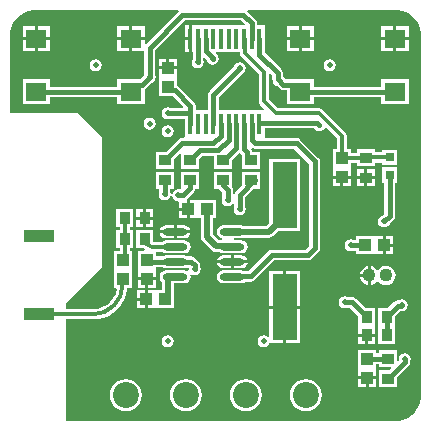
<source format=gtl>
G04*
G04 #@! TF.GenerationSoftware,Altium Limited,Altium Designer,19.0.10 (269)*
G04*
G04 Layer_Physical_Order=1*
G04 Layer_Color=255*
%FSLAX25Y25*%
%MOIN*%
G70*
G01*
G75*
%ADD19R,0.03937X0.03543*%
%ADD20R,0.03937X0.03937*%
%ADD21R,0.03937X0.03937*%
%ADD22R,0.03543X0.03937*%
%ADD23R,0.01772X0.06890*%
%ADD24O,0.08268X0.02362*%
%ADD25R,0.07087X0.06299*%
%ADD26R,0.10000X0.04000*%
%ADD27R,0.08268X0.22047*%
%ADD40C,0.01300*%
%ADD41R,0.03150X0.03150*%
%ADD42C,0.01500*%
%ADD43C,0.02000*%
%ADD44C,0.04362*%
%ADD45C,0.08661*%
%ADD46C,0.02000*%
G36*
X132471Y138145D02*
X134012Y137507D01*
X135400Y136580D01*
X136580Y135400D01*
X137507Y134012D01*
X138145Y132471D01*
X138471Y130834D01*
Y130000D01*
Y10000D01*
Y9166D01*
X138145Y7529D01*
X137507Y5988D01*
X136580Y4600D01*
X135400Y3420D01*
X134012Y2493D01*
X132471Y1855D01*
X130834Y1529D01*
X20000D01*
X20000Y35318D01*
X29000D01*
Y35314D01*
X30828Y35458D01*
X32611Y35886D01*
X34305Y36588D01*
X35869Y37546D01*
X37263Y38737D01*
X38454Y40131D01*
X39412Y41695D01*
X40114Y43389D01*
X40542Y45172D01*
X40598Y45882D01*
X41969D01*
Y51681D01*
X41969Y51819D01*
Y52181D01*
X41969Y52319D01*
Y58118D01*
X41336D01*
Y59031D01*
X42425D01*
Y64969D01*
X41336D01*
Y66031D01*
X42425D01*
Y71969D01*
X36882D01*
Y66031D01*
X37971D01*
Y64969D01*
X36882D01*
Y59031D01*
X37971D01*
Y58118D01*
X36031D01*
Y52319D01*
X36031Y52181D01*
Y51819D01*
X36031Y51681D01*
Y45882D01*
X36858D01*
X37194Y45511D01*
X37180Y45373D01*
X36705Y43808D01*
X35935Y42366D01*
X34897Y41103D01*
X33634Y40065D01*
X32192Y39295D01*
X30627Y38820D01*
X29076Y38667D01*
X29000Y38682D01*
X20000D01*
Y40879D01*
X32000Y52879D01*
X32000Y96000D01*
X24000Y104000D01*
X1529D01*
Y130000D01*
Y130834D01*
X1855Y132471D01*
X2493Y134012D01*
X3420Y135400D01*
X4600Y136580D01*
X5988Y137507D01*
X7529Y138145D01*
X9166Y138471D01*
X57441D01*
X57593Y138143D01*
X57613Y137971D01*
X46791Y127149D01*
X46572Y127182D01*
X46291Y127327D01*
Y128358D01*
X42248D01*
Y124709D01*
X46216D01*
Y116929D01*
X46116Y116780D01*
X46081Y116604D01*
X44802Y115326D01*
X44148D01*
X43975Y115291D01*
X37205D01*
Y112926D01*
X14795D01*
Y115291D01*
X5709D01*
Y106992D01*
X14795D01*
Y109357D01*
X37205D01*
Y106992D01*
X46291D01*
Y111938D01*
X46803Y112280D01*
X48604Y114081D01*
X48780Y114116D01*
X49442Y114558D01*
X49884Y115220D01*
X50039Y116000D01*
X49884Y116780D01*
X49784Y116929D01*
Y125095D01*
X59655Y134966D01*
X78511D01*
X79712Y133765D01*
X79520Y133303D01*
X62028D01*
Y128858D01*
Y124413D01*
X62302D01*
Y122059D01*
X62116Y121780D01*
X61961Y121000D01*
X62116Y120220D01*
X62558Y119558D01*
X63220Y119116D01*
X64000Y118961D01*
X64780Y119116D01*
X65442Y119558D01*
X65884Y120220D01*
X66039Y121000D01*
X65884Y121780D01*
X65871Y121800D01*
Y122352D01*
X66333Y122543D01*
X67031Y121845D01*
X67116Y121419D01*
X67558Y120758D01*
X68220Y120316D01*
X69000Y120160D01*
X69780Y120316D01*
X70442Y120758D01*
X70884Y121419D01*
X71039Y122200D01*
X70884Y122980D01*
X70442Y123642D01*
X70035Y123913D01*
X70057Y124207D01*
X70143Y124413D01*
X77994D01*
Y124222D01*
X78123Y123579D01*
X78487Y123033D01*
X84318Y117202D01*
Y108000D01*
X84446Y107356D01*
X84810Y106810D01*
X86164Y105457D01*
X85957Y104957D01*
X70989D01*
Y109466D01*
X78604Y117081D01*
X78780Y117116D01*
X79442Y117558D01*
X79884Y118220D01*
X80039Y119000D01*
X79884Y119780D01*
X79442Y120442D01*
X78780Y120884D01*
X78000Y121039D01*
X77220Y120884D01*
X76558Y120442D01*
X76116Y119780D01*
X76081Y119604D01*
X67943Y111466D01*
X67556Y110888D01*
X67421Y110205D01*
Y104957D01*
X63312D01*
Y106472D01*
X63176Y107155D01*
X62789Y107734D01*
X62789Y107734D01*
X57630Y112894D01*
X57051Y113280D01*
X56968Y113297D01*
Y115681D01*
X56968Y115819D01*
Y116181D01*
X56968Y116319D01*
Y118650D01*
X54000D01*
X51032D01*
Y116319D01*
X51032Y116181D01*
Y115819D01*
X51032Y115681D01*
Y109882D01*
X55046D01*
X55218Y109848D01*
X55629D01*
X59230Y106246D01*
X59039Y105784D01*
X54930D01*
X54780Y105884D01*
X54000Y106039D01*
X53220Y105884D01*
X52558Y105442D01*
X52116Y104780D01*
X51961Y104000D01*
X52116Y103220D01*
X52558Y102558D01*
X53220Y102116D01*
X54000Y101961D01*
X54780Y102116D01*
X54930Y102216D01*
X59642D01*
Y96067D01*
X59259Y95784D01*
X58850D01*
X58168Y95648D01*
X57589Y95262D01*
X57589Y95262D01*
X53445Y91118D01*
X50032D01*
Y85575D01*
X55968D01*
Y88595D01*
X58059Y90685D01*
X58559Y90478D01*
Y85575D01*
X64496D01*
Y88792D01*
X65566Y89862D01*
X69528D01*
Y85575D01*
X75465D01*
Y88595D01*
X77672Y90802D01*
X78170Y90753D01*
X78179Y90738D01*
X78694Y90224D01*
Y89368D01*
X78728Y89196D01*
Y85575D01*
X84665D01*
Y91118D01*
X82231D01*
X82126Y91646D01*
X81847Y92065D01*
X82207Y92425D01*
X82317Y92352D01*
X83000Y92216D01*
X96261D01*
X101216Y87261D01*
Y59739D01*
X100011Y58534D01*
X88782D01*
X88781Y58534D01*
X88099Y58398D01*
X87520Y58012D01*
X87520Y58012D01*
X80957Y51449D01*
X79509D01*
X79351Y51555D01*
X78500Y51724D01*
X72594D01*
X71744Y51555D01*
X71022Y51073D01*
X70540Y50351D01*
X70371Y49500D01*
X70540Y48649D01*
X71022Y47927D01*
X71744Y47445D01*
X72594Y47276D01*
X78500D01*
X79351Y47445D01*
X80002Y47881D01*
X81696D01*
X82379Y48017D01*
X82958Y48403D01*
X89521Y54966D01*
X100750D01*
X101433Y55102D01*
X102012Y55488D01*
X104262Y57738D01*
X104648Y58317D01*
X104784Y59000D01*
Y88000D01*
X104648Y88683D01*
X104262Y89262D01*
X98262Y95262D01*
X97683Y95648D01*
X97000Y95784D01*
X86828D01*
X86445Y96067D01*
Y98966D01*
X102774D01*
X103046Y98558D01*
X103708Y98116D01*
X104488Y97961D01*
X105269Y98116D01*
X105930Y98558D01*
X106296Y99106D01*
X106851Y99258D01*
X110318Y95791D01*
Y91986D01*
X109031D01*
Y86187D01*
X109031Y86049D01*
Y85687D01*
X109031Y85549D01*
Y83218D01*
X112000D01*
X114969D01*
Y85549D01*
X114969Y85687D01*
Y86049D01*
X114969Y86187D01*
Y87532D01*
X117032D01*
Y86443D01*
X122968D01*
Y87591D01*
X125425D01*
Y86699D01*
X130575D01*
Y91848D01*
X125425D01*
Y90956D01*
X122968D01*
Y91986D01*
X117032D01*
Y90897D01*
X114969D01*
Y91986D01*
X113682D01*
Y96488D01*
X113554Y97132D01*
X113190Y97678D01*
X113190Y97678D01*
X105678Y105190D01*
X105132Y105554D01*
X104488Y105682D01*
X90697D01*
X87682Y108697D01*
Y117240D01*
X88144Y117431D01*
X88836Y116739D01*
Y115380D01*
X88972Y114697D01*
X89042Y114592D01*
X89116Y114220D01*
X89558Y113558D01*
X90220Y113116D01*
X90565Y113047D01*
X91332Y112280D01*
X91332Y112280D01*
X91911Y111893D01*
X92594Y111757D01*
X92594Y111757D01*
X93709D01*
Y106992D01*
X102795D01*
Y109357D01*
X125205D01*
Y106992D01*
X134291D01*
Y115291D01*
X125205D01*
Y112926D01*
X102795D01*
Y115291D01*
X96025D01*
X95852Y115326D01*
X93333D01*
X92885Y115773D01*
X92884Y115780D01*
X92442Y116442D01*
X92405Y116467D01*
Y117479D01*
X92269Y118161D01*
X91882Y118740D01*
X86631Y123991D01*
X86445Y124413D01*
Y133303D01*
X83784D01*
Y134000D01*
X83784Y134000D01*
X83649Y134683D01*
X83262Y135262D01*
X83262Y135262D01*
X80553Y137971D01*
X80573Y138143D01*
X80725Y138471D01*
X130834D01*
X132471Y138145D01*
D02*
G37*
%LPC*%
G36*
X134291Y133008D02*
X130248D01*
Y129358D01*
X134291D01*
Y133008D01*
D02*
G37*
G36*
X46291D02*
X42248D01*
Y129358D01*
X46291D01*
Y133008D01*
D02*
G37*
G36*
X14795D02*
X10752D01*
Y129358D01*
X14795D01*
Y133008D01*
D02*
G37*
G36*
X102795D02*
X98752D01*
Y129358D01*
X102795D01*
Y133008D01*
D02*
G37*
G36*
X61028Y133303D02*
X59642D01*
Y129358D01*
X61028D01*
Y133303D01*
D02*
G37*
G36*
X97752Y133008D02*
X93709D01*
Y129358D01*
X97752D01*
Y133008D01*
D02*
G37*
G36*
X41248D02*
X37205D01*
Y129358D01*
X41248D01*
Y133008D01*
D02*
G37*
G36*
X9752D02*
X5709D01*
Y129358D01*
X9752D01*
Y133008D01*
D02*
G37*
G36*
X129248D02*
X125205D01*
Y129358D01*
X129248D01*
Y133008D01*
D02*
G37*
G36*
X134291Y128358D02*
X130248D01*
Y124709D01*
X134291D01*
Y128358D01*
D02*
G37*
G36*
X129248D02*
X125205D01*
Y124709D01*
X129248D01*
Y128358D01*
D02*
G37*
G36*
X102795D02*
X98752D01*
Y124709D01*
X102795D01*
Y128358D01*
D02*
G37*
G36*
X97752D02*
X93709D01*
Y124709D01*
X97752D01*
Y128358D01*
D02*
G37*
G36*
X41248D02*
X37205D01*
Y124709D01*
X41248D01*
Y128358D01*
D02*
G37*
G36*
X14795D02*
X10752D01*
Y124709D01*
X14795D01*
Y128358D01*
D02*
G37*
G36*
X9752D02*
X5709D01*
Y124709D01*
X9752D01*
Y128358D01*
D02*
G37*
G36*
X61028D02*
X59642D01*
Y124413D01*
X61028D01*
Y128358D01*
D02*
G37*
G36*
X56968Y122118D02*
X54500D01*
Y119650D01*
X56968D01*
Y122118D01*
D02*
G37*
G36*
X53500D02*
X51032D01*
Y119650D01*
X53500D01*
Y122118D01*
D02*
G37*
G36*
X108000Y122039D02*
X107220Y121884D01*
X106558Y121442D01*
X106116Y120780D01*
X105961Y120000D01*
X106116Y119220D01*
X106558Y118558D01*
X107220Y118116D01*
X108000Y117961D01*
X108780Y118116D01*
X109442Y118558D01*
X109884Y119220D01*
X110039Y120000D01*
X109884Y120780D01*
X109442Y121442D01*
X108780Y121884D01*
X108000Y122039D01*
D02*
G37*
G36*
X30000D02*
X29220Y121884D01*
X28558Y121442D01*
X28116Y120780D01*
X27961Y120000D01*
X28116Y119220D01*
X28558Y118558D01*
X29220Y118116D01*
X30000Y117961D01*
X30780Y118116D01*
X31442Y118558D01*
X31884Y119220D01*
X32039Y120000D01*
X31884Y120780D01*
X31442Y121442D01*
X30780Y121884D01*
X30000Y122039D01*
D02*
G37*
G36*
X48000Y102551D02*
X47220Y102396D01*
X46558Y101954D01*
X46116Y101292D01*
X45961Y100512D01*
X46116Y99731D01*
X46558Y99070D01*
X47220Y98628D01*
X48000Y98473D01*
X48780Y98628D01*
X49442Y99070D01*
X49884Y99731D01*
X50039Y100512D01*
X49884Y101292D01*
X49442Y101954D01*
X48780Y102396D01*
X48000Y102551D01*
D02*
G37*
G36*
X54000Y100039D02*
X53220Y99884D01*
X52558Y99442D01*
X52116Y98780D01*
X51961Y98000D01*
X52116Y97220D01*
X52558Y96558D01*
X53220Y96116D01*
X54000Y95961D01*
X54780Y96116D01*
X55442Y96558D01*
X55884Y97220D01*
X56039Y98000D01*
X55884Y98780D01*
X55442Y99442D01*
X54780Y99884D01*
X54000Y100039D01*
D02*
G37*
G36*
X122968Y85293D02*
X120500D01*
Y83022D01*
X122968D01*
Y85293D01*
D02*
G37*
G36*
X119500D02*
X117032D01*
Y83022D01*
X119500D01*
Y85293D01*
D02*
G37*
G36*
X114969Y82218D02*
X112500D01*
Y79750D01*
X114969D01*
Y82218D01*
D02*
G37*
G36*
X111500D02*
X109031D01*
Y79750D01*
X111500D01*
Y82218D01*
D02*
G37*
G36*
X122968Y82022D02*
X120500D01*
Y79750D01*
X122968D01*
Y82022D01*
D02*
G37*
G36*
X119500D02*
X117032D01*
Y79750D01*
X119500D01*
Y82022D01*
D02*
G37*
G36*
X64496Y84425D02*
X58559D01*
Y79006D01*
X58515Y78931D01*
X58171Y78612D01*
X57528Y78740D01*
X56747Y78585D01*
X56086Y78143D01*
X55644Y77481D01*
X55529Y76905D01*
X55039Y77000D01*
X54987Y77265D01*
X54884Y77780D01*
X54784Y77930D01*
Y78882D01*
X55968D01*
Y84425D01*
X50032D01*
Y78882D01*
X51216D01*
Y77930D01*
X51116Y77780D01*
X50961Y77000D01*
X51116Y76220D01*
X51558Y75558D01*
X52220Y75116D01*
X53000Y74961D01*
X53780Y75116D01*
X54442Y75558D01*
X54884Y76220D01*
X54998Y76796D01*
X55488Y76701D01*
X55541Y76436D01*
X55644Y75920D01*
X56086Y75259D01*
X56747Y74817D01*
X57528Y74662D01*
X57882Y74371D01*
Y72500D01*
X60350D01*
Y75413D01*
X60346Y75468D01*
X62732Y77855D01*
X62732Y77855D01*
X63119Y78434D01*
X63208Y78882D01*
X64496D01*
Y84425D01*
D02*
G37*
G36*
X84665D02*
X78728D01*
Y80102D01*
X76738Y78112D01*
X76351Y77533D01*
X76284Y77195D01*
X75784Y77244D01*
Y78496D01*
X75784Y78496D01*
X75648Y79179D01*
X75465Y79454D01*
Y84425D01*
X69528D01*
Y78882D01*
X71139D01*
X71235Y78738D01*
X72216Y77757D01*
Y75929D01*
X72116Y75780D01*
X71961Y75000D01*
X72116Y74220D01*
X72558Y73558D01*
X73220Y73116D01*
X74000Y72961D01*
X74780Y73116D01*
X75442Y73558D01*
X75716Y73968D01*
X76216Y73816D01*
Y72930D01*
X76116Y72780D01*
X75961Y72000D01*
X76116Y71220D01*
X76558Y70558D01*
X77220Y70116D01*
X78000Y69961D01*
X78780Y70116D01*
X79442Y70558D01*
X79884Y71220D01*
X80039Y72000D01*
X79884Y72780D01*
X79784Y72930D01*
Y76111D01*
X82555Y78882D01*
X84665D01*
Y81054D01*
X84784Y81653D01*
X84665Y82253D01*
Y84425D01*
D02*
G37*
G36*
X49118Y71969D02*
X46847D01*
Y69500D01*
X49118D01*
Y71969D01*
D02*
G37*
G36*
X45847D02*
X43575D01*
Y69500D01*
X45847D01*
Y71969D01*
D02*
G37*
G36*
X60350Y71500D02*
X57882D01*
Y69032D01*
X60350D01*
Y71500D01*
D02*
G37*
G36*
X98134Y88724D02*
X87866D01*
Y67561D01*
X86844Y66539D01*
X79374D01*
X79351Y66554D01*
X78500Y66724D01*
X72594D01*
X71744Y66554D01*
X71022Y66072D01*
X70540Y65351D01*
X70371Y64500D01*
X70540Y63649D01*
X71022Y62928D01*
X71744Y62445D01*
X72183Y62358D01*
X72133Y61858D01*
X71026D01*
X69189Y63695D01*
Y69032D01*
X70118D01*
Y74968D01*
X67505D01*
X67150Y75039D01*
X66794Y74968D01*
X64319D01*
X64181Y74968D01*
X63819D01*
X63681Y74968D01*
X61350D01*
Y72000D01*
Y69032D01*
X63681D01*
X63819Y69032D01*
X64181D01*
X64319Y69032D01*
X65110D01*
Y62850D01*
X65266Y62070D01*
X65708Y61409D01*
X68739Y58377D01*
X69401Y57935D01*
X70181Y57780D01*
X71243D01*
X71744Y57446D01*
X72594Y57276D01*
X78500D01*
X79351Y57446D01*
X80072Y57928D01*
X80555Y58649D01*
X80724Y59500D01*
X80555Y60351D01*
X80072Y61072D01*
X79351Y61554D01*
X78500Y61724D01*
X76136D01*
X76077Y61776D01*
X76265Y62276D01*
X78500D01*
X79351Y62445D01*
X79374Y62461D01*
X87689D01*
X88469Y62616D01*
X89131Y63058D01*
X90750Y64677D01*
X98134D01*
Y88724D01*
D02*
G37*
G36*
X49118Y68500D02*
X46847D01*
Y66031D01*
X49118D01*
Y68500D01*
D02*
G37*
G36*
X45847D02*
X43575D01*
Y66031D01*
X45847D01*
Y68500D01*
D02*
G37*
G36*
X130575Y85943D02*
X125425D01*
Y80793D01*
X126216D01*
Y70590D01*
X125545Y69919D01*
X125369Y69884D01*
X124708Y69442D01*
X124266Y68780D01*
X124110Y68000D01*
X124266Y67220D01*
X124708Y66558D01*
X125369Y66116D01*
X126150Y65961D01*
X126930Y66116D01*
X127592Y66558D01*
X128034Y67220D01*
X128069Y67396D01*
X129262Y68589D01*
X129648Y69168D01*
X129784Y69850D01*
Y80793D01*
X130575D01*
Y85943D01*
D02*
G37*
G36*
X59405Y66724D02*
X56953D01*
Y65000D01*
X61530D01*
X61460Y65351D01*
X60978Y66072D01*
X60256Y66554D01*
X59405Y66724D01*
D02*
G37*
G36*
X55953D02*
X53500D01*
X52649Y66554D01*
X51928Y66072D01*
X51446Y65351D01*
X51376Y65000D01*
X55953D01*
Y66724D01*
D02*
G37*
G36*
X61530Y64000D02*
X56953D01*
Y62276D01*
X59405D01*
X60256Y62445D01*
X60978Y62928D01*
X61460Y63649D01*
X61530Y64000D01*
D02*
G37*
G36*
X55953D02*
X51376D01*
X51446Y63649D01*
X51928Y62928D01*
X52649Y62445D01*
X53500Y62276D01*
X55953D01*
Y64000D01*
D02*
G37*
G36*
X123181Y62968D02*
X122819D01*
X122681Y62968D01*
X116882D01*
Y61784D01*
X115929D01*
X115780Y61884D01*
X115000Y62039D01*
X114220Y61884D01*
X113558Y61442D01*
X113116Y60780D01*
X112961Y60000D01*
X113116Y59220D01*
X113558Y58558D01*
X114220Y58116D01*
X115000Y57961D01*
X115780Y58116D01*
X115929Y58216D01*
X116882D01*
Y57032D01*
X122681D01*
X122819Y57032D01*
X123181D01*
X123319Y57032D01*
X125650D01*
Y60000D01*
Y62968D01*
X123319D01*
X123181Y62968D01*
D02*
G37*
G36*
X126650Y62968D02*
Y60500D01*
X129118D01*
Y62968D01*
X126650D01*
D02*
G37*
G36*
X49118Y64969D02*
X43575D01*
Y59031D01*
X45898D01*
X46437Y58618D01*
X46267Y58118D01*
X44032D01*
Y52319D01*
X44032Y52181D01*
Y51819D01*
X44032Y51681D01*
Y49350D01*
X49968D01*
Y51681D01*
X49968Y51819D01*
Y52216D01*
X50218Y52716D01*
X52245D01*
X52649Y52446D01*
X53500Y52276D01*
X59405D01*
X60256Y52446D01*
X60583Y52664D01*
X60981Y52398D01*
X61022Y52307D01*
X60961Y52000D01*
X61033Y51637D01*
X60583Y51336D01*
X60256Y51555D01*
X59405Y51724D01*
X53500D01*
X52649Y51555D01*
X51928Y51073D01*
X51446Y50351D01*
X51276Y49500D01*
X51446Y48649D01*
X51928Y47927D01*
X52079Y47826D01*
Y44969D01*
X50319D01*
X50181Y44969D01*
X49819D01*
X49681Y44969D01*
X47350D01*
Y42000D01*
Y39031D01*
X49681D01*
X49819Y39031D01*
X50181D01*
X50319Y39031D01*
X56118D01*
Y42772D01*
X56157Y42968D01*
Y47276D01*
X59405D01*
X60256Y47445D01*
X60978Y47927D01*
X61460Y48649D01*
X61629Y49500D01*
X61536Y49972D01*
X61985Y50273D01*
X62220Y50116D01*
X63000Y49961D01*
X63780Y50116D01*
X64442Y50558D01*
X64884Y51220D01*
X65039Y52000D01*
X64884Y52780D01*
X64784Y52930D01*
Y53500D01*
X64784Y53500D01*
X64648Y54183D01*
X64262Y54762D01*
X64262Y54762D01*
X63171Y55853D01*
X62592Y56239D01*
X61909Y56375D01*
X60525D01*
X60256Y56555D01*
X59405Y56724D01*
X53500D01*
X52649Y56555D01*
X52245Y56284D01*
X49968D01*
Y57818D01*
X52092D01*
X52649Y57446D01*
X53500Y57276D01*
X59405D01*
X60256Y57446D01*
X60978Y57928D01*
X61460Y58649D01*
X61629Y59500D01*
X61460Y60351D01*
X60978Y61072D01*
X60256Y61554D01*
X59405Y61724D01*
X53500D01*
X52649Y61554D01*
X52092Y61182D01*
X49118D01*
Y64969D01*
D02*
G37*
G36*
X129118Y59500D02*
X126650D01*
Y57032D01*
X129118D01*
Y59500D01*
D02*
G37*
G36*
X78500Y56724D02*
X76047D01*
Y55000D01*
X80624D01*
X80555Y55351D01*
X80072Y56072D01*
X79351Y56555D01*
X78500Y56724D01*
D02*
G37*
G36*
X75047D02*
X72594D01*
X71744Y56555D01*
X71022Y56072D01*
X70540Y55351D01*
X70470Y55000D01*
X75047D01*
Y56724D01*
D02*
G37*
G36*
X80624Y54000D02*
X76047D01*
Y52276D01*
X78500D01*
X79351Y52446D01*
X80072Y52928D01*
X80555Y53649D01*
X80624Y54000D01*
D02*
G37*
G36*
X75047D02*
X70470D01*
X70540Y53649D01*
X71022Y52928D01*
X71744Y52446D01*
X72594Y52276D01*
X75047D01*
Y54000D01*
D02*
G37*
G36*
X126756Y53177D02*
X125926Y53068D01*
X125152Y52747D01*
X124487Y52237D01*
X124250Y51928D01*
X123750D01*
X123513Y52237D01*
X122848Y52747D01*
X122074Y53068D01*
X121744Y53111D01*
Y49968D01*
Y46826D01*
X122074Y46869D01*
X122848Y47190D01*
X123513Y47700D01*
X123750Y48009D01*
X124250D01*
X124487Y47700D01*
X125152Y47190D01*
X125926Y46869D01*
X126756Y46760D01*
X127586Y46869D01*
X128360Y47190D01*
X129025Y47700D01*
X129535Y48364D01*
X129855Y49138D01*
X129964Y49968D01*
X129855Y50799D01*
X129535Y51573D01*
X129025Y52237D01*
X128360Y52747D01*
X127586Y53068D01*
X126756Y53177D01*
D02*
G37*
G36*
X120744Y53111D02*
X120414Y53068D01*
X119640Y52747D01*
X118975Y52237D01*
X118465Y51573D01*
X118145Y50799D01*
X118101Y50468D01*
X120744D01*
Y53111D01*
D02*
G37*
G36*
Y49468D02*
X118101D01*
X118145Y49138D01*
X118465Y48364D01*
X118975Y47700D01*
X119640Y47190D01*
X120414Y46869D01*
X120744Y46826D01*
Y49468D01*
D02*
G37*
G36*
X49968Y48350D02*
X47500D01*
Y45882D01*
X49968D01*
Y48350D01*
D02*
G37*
G36*
X46500D02*
X44032D01*
Y45882D01*
X46500D01*
Y48350D01*
D02*
G37*
G36*
X46350Y44969D02*
X43882D01*
Y42500D01*
X46350D01*
Y44969D01*
D02*
G37*
G36*
X98134Y51323D02*
X93500D01*
Y39799D01*
X98134D01*
Y51323D01*
D02*
G37*
G36*
X92500D02*
X87866D01*
Y39799D01*
X92500D01*
Y51323D01*
D02*
G37*
G36*
X46350Y41500D02*
X43882D01*
Y39031D01*
X46350D01*
Y41500D01*
D02*
G37*
G36*
X132000Y42039D02*
X131220Y41884D01*
X130927Y41689D01*
X130708D01*
X130025Y41553D01*
X129446Y41166D01*
X129446Y41166D01*
X127248Y38969D01*
X124228D01*
Y33031D01*
X124228D01*
Y32969D01*
X124228D01*
Y27031D01*
X129772D01*
Y32969D01*
X129772D01*
Y33031D01*
X129772D01*
Y36445D01*
X131406Y38079D01*
X132000Y37961D01*
X132780Y38116D01*
X133442Y38558D01*
X133884Y39220D01*
X134039Y40000D01*
X133884Y40780D01*
X133442Y41442D01*
X132780Y41884D01*
X132000Y42039D01*
D02*
G37*
G36*
X113000Y43039D02*
X112220Y42884D01*
X111558Y42442D01*
X111116Y41780D01*
X110961Y41000D01*
X111116Y40220D01*
X111558Y39558D01*
X112220Y39116D01*
X113000Y38961D01*
X113780Y39116D01*
X113929Y39216D01*
X114765D01*
X117535Y36445D01*
Y33468D01*
X117535Y33031D01*
X117535Y32531D01*
Y30500D01*
X120307D01*
X123079D01*
Y32531D01*
X123079Y32969D01*
X123079Y33468D01*
Y38969D01*
X120059D01*
X116766Y42262D01*
X116187Y42649D01*
X115504Y42784D01*
X113929D01*
X113780Y42884D01*
X113000Y43039D01*
D02*
G37*
G36*
X92500Y38799D02*
X87866D01*
Y29638D01*
X87366Y29493D01*
X86780Y29884D01*
X86000Y30039D01*
X85220Y29884D01*
X84558Y29442D01*
X84116Y28780D01*
X83961Y28000D01*
X84116Y27220D01*
X84558Y26558D01*
X85220Y26116D01*
X86000Y25961D01*
X86780Y26116D01*
X87442Y26558D01*
X87884Y27220D01*
X87895Y27276D01*
X92500D01*
Y38799D01*
D02*
G37*
G36*
X98134D02*
X93500D01*
Y27276D01*
X98134D01*
Y38799D01*
D02*
G37*
G36*
X123079Y29500D02*
X120807D01*
Y27031D01*
X123079D01*
Y29500D01*
D02*
G37*
G36*
X119807D02*
X117535D01*
Y27031D01*
X119807D01*
Y29500D01*
D02*
G37*
G36*
X54000Y30039D02*
X53220Y29884D01*
X52558Y29442D01*
X52116Y28780D01*
X51961Y28000D01*
X52116Y27220D01*
X52558Y26558D01*
X53220Y26116D01*
X54000Y25961D01*
X54780Y26116D01*
X55442Y26558D01*
X55884Y27220D01*
X56039Y28000D01*
X55884Y28780D01*
X55442Y29442D01*
X54780Y29884D01*
X54000Y30039D01*
D02*
G37*
G36*
X123413Y15350D02*
X120945D01*
Y12882D01*
X123413D01*
Y15350D01*
D02*
G37*
G36*
X119945D02*
X117476D01*
Y12882D01*
X119945D01*
Y15350D01*
D02*
G37*
G36*
X123413Y25118D02*
X117476D01*
Y19319D01*
X117476Y19181D01*
Y18819D01*
X117476Y18681D01*
Y16350D01*
X120445D01*
X123413D01*
Y18681D01*
X123413Y18819D01*
Y19181D01*
X123413Y19319D01*
Y20464D01*
X124378D01*
Y19425D01*
X128288D01*
X128479Y18963D01*
X127792Y18276D01*
X124378D01*
Y12732D01*
X130315D01*
Y15752D01*
X134262Y19699D01*
X134262Y19699D01*
X134649Y20278D01*
X134784Y20961D01*
X134784Y20961D01*
Y21070D01*
X134884Y21220D01*
X135039Y22000D01*
X134884Y22780D01*
X134442Y23442D01*
X133780Y23884D01*
X133000Y24039D01*
X132220Y23884D01*
X131558Y23442D01*
X131116Y22780D01*
X130961Y22000D01*
X131028Y21663D01*
X130815Y21470D01*
X130315Y21691D01*
Y24969D01*
X124378D01*
Y24032D01*
X123413D01*
Y25118D01*
D02*
G37*
G36*
X100000Y15377D02*
X98608Y15193D01*
X97312Y14656D01*
X96198Y13802D01*
X95344Y12688D01*
X94806Y11392D01*
X94623Y10000D01*
X94806Y8608D01*
X95344Y7312D01*
X96198Y6198D01*
X97312Y5344D01*
X98608Y4806D01*
X100000Y4623D01*
X101392Y4806D01*
X102688Y5344D01*
X103802Y6198D01*
X104656Y7312D01*
X105193Y8608D01*
X105377Y10000D01*
X105193Y11392D01*
X104656Y12688D01*
X103802Y13802D01*
X102688Y14656D01*
X101392Y15193D01*
X100000Y15377D01*
D02*
G37*
G36*
X80000D02*
X78608Y15193D01*
X77312Y14656D01*
X76198Y13802D01*
X75344Y12688D01*
X74806Y11392D01*
X74623Y10000D01*
X74806Y8608D01*
X75344Y7312D01*
X76198Y6198D01*
X77312Y5344D01*
X78608Y4806D01*
X80000Y4623D01*
X81392Y4806D01*
X82688Y5344D01*
X83802Y6198D01*
X84656Y7312D01*
X85194Y8608D01*
X85377Y10000D01*
X85194Y11392D01*
X84656Y12688D01*
X83802Y13802D01*
X82688Y14656D01*
X81392Y15193D01*
X80000Y15377D01*
D02*
G37*
G36*
X60000D02*
X58608Y15193D01*
X57312Y14656D01*
X56198Y13802D01*
X55344Y12688D01*
X54807Y11392D01*
X54623Y10000D01*
X54807Y8608D01*
X55344Y7312D01*
X56198Y6198D01*
X57312Y5344D01*
X58608Y4806D01*
X60000Y4623D01*
X61392Y4806D01*
X62688Y5344D01*
X63802Y6198D01*
X64656Y7312D01*
X65193Y8608D01*
X65377Y10000D01*
X65193Y11392D01*
X64656Y12688D01*
X63802Y13802D01*
X62688Y14656D01*
X61392Y15193D01*
X60000Y15377D01*
D02*
G37*
G36*
X40000D02*
X38608Y15193D01*
X37312Y14656D01*
X36198Y13802D01*
X35344Y12688D01*
X34806Y11392D01*
X34623Y10000D01*
X34806Y8608D01*
X35344Y7312D01*
X36198Y6198D01*
X37312Y5344D01*
X38608Y4806D01*
X40000Y4623D01*
X41392Y4806D01*
X42688Y5344D01*
X43802Y6198D01*
X44656Y7312D01*
X45193Y8608D01*
X45377Y10000D01*
X45193Y11392D01*
X44656Y12688D01*
X43802Y13802D01*
X42688Y14656D01*
X41392Y15193D01*
X40000Y15377D01*
D02*
G37*
%LPD*%
D19*
X120000Y89215D02*
D03*
Y82522D02*
D03*
X81696Y88346D02*
D03*
Y81653D02*
D03*
X72496Y88346D02*
D03*
Y81653D02*
D03*
X61528Y88346D02*
D03*
Y81653D02*
D03*
X53000Y88346D02*
D03*
Y81653D02*
D03*
X127347Y22197D02*
D03*
Y15504D02*
D03*
D20*
X112000Y89018D02*
D03*
Y82718D02*
D03*
X39000Y48850D02*
D03*
Y55150D02*
D03*
X120445Y22150D02*
D03*
Y15850D02*
D03*
X54000Y119150D02*
D03*
Y112850D02*
D03*
X47000Y55150D02*
D03*
Y48850D02*
D03*
D21*
X67150Y72000D02*
D03*
X60850D02*
D03*
X53150Y42000D02*
D03*
X46850D02*
D03*
X126150Y60000D02*
D03*
X119850D02*
D03*
D22*
X46347Y69000D02*
D03*
X39654D02*
D03*
X46347Y62000D02*
D03*
X39654D02*
D03*
X127000Y36000D02*
D03*
X120307D02*
D03*
Y30000D02*
D03*
X127000D02*
D03*
D23*
X61528Y100512D02*
D03*
X64087D02*
D03*
X66646D02*
D03*
X69205D02*
D03*
X71764D02*
D03*
X74323D02*
D03*
X76882D02*
D03*
X79441D02*
D03*
X82000D02*
D03*
X84559D02*
D03*
X61528Y128858D02*
D03*
X64087D02*
D03*
X66646D02*
D03*
X69205D02*
D03*
X71764D02*
D03*
X74323D02*
D03*
X76882D02*
D03*
X79441D02*
D03*
X82000D02*
D03*
X84559D02*
D03*
D24*
X75547Y49500D02*
D03*
Y54500D02*
D03*
Y59500D02*
D03*
Y64500D02*
D03*
X56453Y49500D02*
D03*
Y54500D02*
D03*
Y59500D02*
D03*
Y64500D02*
D03*
D25*
X129748Y111142D02*
D03*
X98252D02*
D03*
X129748Y128858D02*
D03*
X98252D02*
D03*
X10252D02*
D03*
X41748D02*
D03*
X10252Y111142D02*
D03*
X41748D02*
D03*
D26*
X11000Y36968D02*
D03*
Y62968D02*
D03*
D27*
X93000Y76701D02*
D03*
Y39299D02*
D03*
D40*
X112197Y89215D02*
G03*
X112000Y89018I0J-197D01*
G01*
X29000Y37000D02*
G03*
X39000Y47000I0J10000D01*
G01*
X46347Y62000D02*
G03*
X48847Y59500I2500J0D01*
G01*
X39000Y55150D02*
G03*
X39654Y56727I-1578J1578D01*
G01*
X112197Y89215D02*
X120000D01*
X79677Y124222D02*
X86000Y117899D01*
X79677Y124222D02*
Y128622D01*
X79441Y128858D02*
X79677Y128622D01*
X86000Y108000D02*
Y117899D01*
Y108000D02*
X90000Y104000D01*
X104488D01*
X112000Y96488D01*
Y89018D02*
Y96488D01*
X120000Y89274D02*
X128000D01*
X120000Y89215D02*
Y89274D01*
X13000Y37000D02*
X29000D01*
X48847Y59500D02*
X56453D01*
X39000Y47000D02*
Y48850D01*
X39654Y56727D02*
Y62000D01*
Y69000D01*
D41*
X128000Y83368D02*
D03*
Y89274D02*
D03*
D42*
X54000Y104000D02*
X61528D01*
X128000Y69850D02*
Y83368D01*
X126150Y68000D02*
X128000Y69850D01*
X69178Y94000D02*
X71764Y96586D01*
X58850Y94000D02*
X69178D01*
X53197Y88346D02*
X58850Y94000D01*
X64827Y91646D02*
X70875D01*
X61528Y88346D02*
X64827Y91646D01*
X70875D02*
X74323Y95094D01*
X84559Y123540D02*
X90620Y117479D01*
X84559Y123540D02*
Y128858D01*
X90620Y115380D02*
Y117479D01*
Y115380D02*
X91000Y115000D01*
X58916Y136750D02*
X79250D01*
X48000Y125834D02*
X58916Y136750D01*
X48000Y116000D02*
Y125834D01*
X91000Y115000D02*
X91135D01*
X92594Y113541D01*
X95852D01*
X98252Y111142D01*
X79250Y136750D02*
X82000Y134000D01*
X69000Y122200D02*
Y122399D01*
X66646Y124754D02*
X69000Y122399D01*
X66646Y124754D02*
Y128858D01*
X59055Y76701D02*
X61471Y79117D01*
X57528Y76701D02*
X59055D01*
X104353Y100000D02*
X104488D01*
X103603Y100750D02*
X104353Y100000D01*
X84695Y100750D02*
X103603D01*
X84559Y100614D02*
X84695Y100750D01*
X84559Y100512D02*
Y100614D01*
X61471Y79117D02*
Y81596D01*
X61528Y81653D01*
X127543Y15504D02*
X133000Y20961D01*
Y22000D01*
X115000Y60000D02*
X119850D01*
X127347Y15504D02*
X127543D01*
X127248Y22248D02*
X127347Y22150D01*
X120445Y22248D02*
X127248D01*
X120346Y22346D02*
X120445Y22248D01*
X131904Y39904D02*
X132000Y40000D01*
X130708Y39904D02*
X131904D01*
X127000Y36197D02*
X130708Y39904D01*
X127000Y36000D02*
Y36197D01*
X113000Y41000D02*
X115504D01*
X120307Y36197D01*
Y36000D02*
Y36197D01*
X127000Y30000D02*
Y36000D01*
X64000Y121000D02*
X64087Y121087D01*
Y128858D01*
X69205Y110205D02*
X78000Y119000D01*
X69205Y100512D02*
Y110205D01*
X53000Y88346D02*
X53197D01*
X71764Y96586D02*
Y100512D01*
X74323Y95094D02*
Y100512D01*
X72693Y88346D02*
X76882Y92535D01*
X72496Y88346D02*
X72693D01*
X76882Y92535D02*
Y100512D01*
X79441Y92000D02*
X80478Y90963D01*
Y89368D02*
Y90963D01*
Y89368D02*
X81500Y88346D01*
X81696D01*
X79441Y92000D02*
Y100512D01*
X53000Y77000D02*
Y81653D01*
X72496Y80000D02*
X74000Y78496D01*
X82803Y81653D02*
X83000D01*
X78000Y76850D02*
X82803Y81653D01*
X78000Y72000D02*
Y76850D01*
X74000Y75000D02*
Y78496D01*
X63000Y52000D02*
Y53500D01*
X61909Y54591D02*
X63000Y53500D01*
X56544Y54591D02*
X61909D01*
X82000Y95000D02*
X83000Y94000D01*
X82000Y95000D02*
Y100512D01*
X83000Y94000D02*
X97000D01*
X103000Y88000D01*
Y59000D02*
Y88000D01*
X100750Y56750D02*
X103000Y59000D01*
X88781Y56750D02*
X100750D01*
X81696Y49665D02*
X88781Y56750D01*
X75712Y49665D02*
X81696D01*
X75547Y49500D02*
X75712Y49665D01*
X56453Y54500D02*
X56544Y54591D01*
X47000Y55150D02*
X47650Y54500D01*
X56453D01*
X82000Y128858D02*
Y134000D01*
X10252Y111142D02*
X41748D01*
X98252D02*
X129748D01*
X44148Y113541D02*
X45541D01*
X41748Y111142D02*
X44148Y113541D01*
X45541D02*
X48000Y116000D01*
X61528Y104000D02*
Y106472D01*
Y100512D02*
Y104000D01*
X56368Y111632D02*
X61528Y106472D01*
X55218Y111632D02*
X56368D01*
X54000Y112850D02*
X55218Y111632D01*
D43*
X67150Y62850D02*
X70181Y59819D01*
X67150Y62850D02*
Y73000D01*
X87689Y64500D02*
X93000Y69811D01*
X75547Y64500D02*
X87689D01*
X93000Y39299D02*
X96000Y42299D01*
X70181Y59819D02*
X75228D01*
X75547Y59500D01*
X53150Y42000D02*
X54118Y42968D01*
Y49333D01*
X54285Y49500D01*
X56453D01*
X93000Y69811D02*
Y76701D01*
D44*
X121244Y49968D02*
D03*
X126756D02*
D03*
D45*
X60000Y10000D02*
D03*
X100000D02*
D03*
X80000D02*
D03*
X40000D02*
D03*
D46*
X33685Y97079D02*
D03*
Y87120D02*
D03*
Y76710D02*
D03*
X33884Y65859D02*
D03*
X34000Y55712D02*
D03*
X24000Y41859D02*
D03*
Y32250D02*
D03*
X32243Y32391D02*
D03*
X32000Y43000D02*
D03*
X119929Y77000D02*
D03*
X91000Y115000D02*
D03*
X69000Y122200D02*
D03*
X57528Y76701D02*
D03*
X54000Y72000D02*
D03*
X126150Y68000D02*
D03*
X133000Y22000D02*
D03*
X39000Y34000D02*
D03*
X54000Y28000D02*
D03*
X89000Y98000D02*
D03*
X113000Y24000D02*
D03*
X115000Y60000D02*
D03*
X84000Y16000D02*
D03*
X104488Y100000D02*
D03*
X132000Y40000D02*
D03*
X113000Y41000D02*
D03*
X49000Y18000D02*
D03*
X86000Y28000D02*
D03*
X64000Y121000D02*
D03*
X78000Y119000D02*
D03*
X89000Y109000D02*
D03*
X78000Y72000D02*
D03*
X74000Y75000D02*
D03*
X53000Y77000D02*
D03*
X83476Y70000D02*
D03*
X63000Y52000D02*
D03*
X106000Y129000D02*
D03*
X48000Y116000D02*
D03*
X30000Y120000D02*
D03*
X108000D02*
D03*
X48000Y100512D02*
D03*
X54000Y104000D02*
D03*
Y98000D02*
D03*
X34000Y128858D02*
D03*
M02*

</source>
